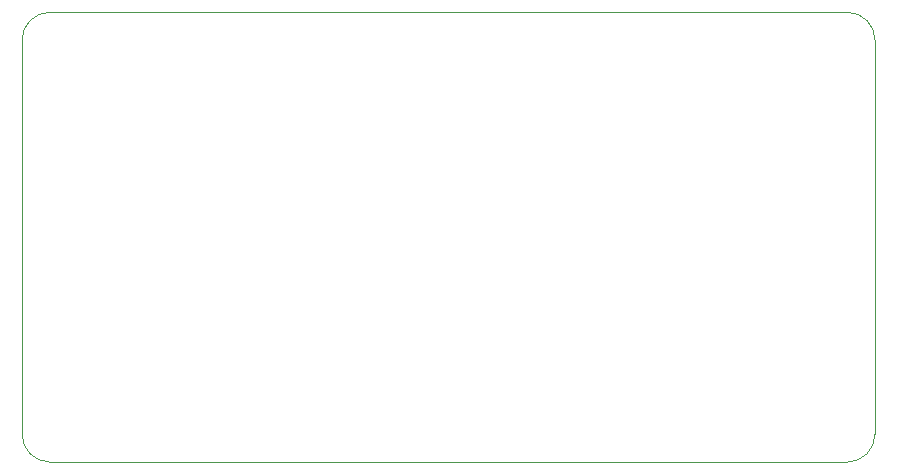
<source format=gbr>
%TF.GenerationSoftware,KiCad,Pcbnew,7.0.8*%
%TF.CreationDate,2023-10-09T20:56:41+02:00*%
%TF.ProjectId,keyboard,6b657962-6f61-4726-942e-6b696361645f,rev?*%
%TF.SameCoordinates,Original*%
%TF.FileFunction,Profile,NP*%
%FSLAX46Y46*%
G04 Gerber Fmt 4.6, Leading zero omitted, Abs format (unit mm)*
G04 Created by KiCad (PCBNEW 7.0.8) date 2023-10-09 20:56:41*
%MOMM*%
%LPD*%
G01*
G04 APERTURE LIST*
%TA.AperFunction,Profile*%
%ADD10C,0.100000*%
%TD*%
G04 APERTURE END LIST*
D10*
X105568750Y-93662500D02*
X173037500Y-93662500D01*
X103187500Y-91281250D02*
G75*
G03*
X105568750Y-93662500I2381300J50D01*
G01*
X105568750Y-55562500D02*
G75*
G03*
X103187500Y-57943750I50J-2381300D01*
G01*
X173037500Y-93662450D02*
G75*
G03*
X175418750Y-91281250I0J2381250D01*
G01*
X103187500Y-57943750D02*
X103187500Y-91281250D01*
X175418750Y-91281250D02*
X175418750Y-57943750D01*
X173037500Y-55562500D02*
X105568750Y-55562500D01*
X175418800Y-57943750D02*
G75*
G03*
X173037500Y-55562500I-2381300J-50D01*
G01*
M02*

</source>
